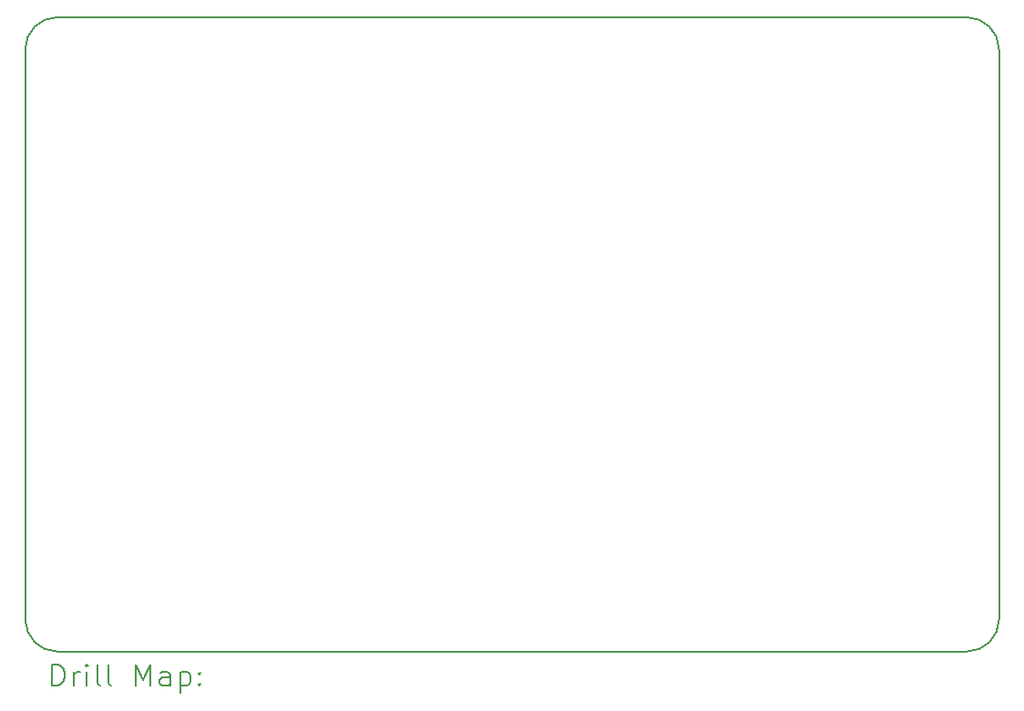
<source format=gbr>
%TF.GenerationSoftware,KiCad,Pcbnew,(6.0.7-1)-1*%
%TF.CreationDate,2022-08-16T19:56:18+02:00*%
%TF.ProjectId,wrist-support,77726973-742d-4737-9570-706f72742e6b,rev?*%
%TF.SameCoordinates,Original*%
%TF.FileFunction,Drillmap*%
%TF.FilePolarity,Positive*%
%FSLAX45Y45*%
G04 Gerber Fmt 4.5, Leading zero omitted, Abs format (unit mm)*
G04 Created by KiCad (PCBNEW (6.0.7-1)-1) date 2022-08-16 19:56:18*
%MOMM*%
%LPD*%
G01*
G04 APERTURE LIST*
%ADD10C,0.150000*%
%ADD11C,0.200000*%
G04 APERTURE END LIST*
D10*
X9050000Y-300000D02*
G75*
G03*
X8750000Y0I-300000J0D01*
G01*
X300000Y-5900000D02*
X8750000Y-5900000D01*
X8750000Y-5900000D02*
G75*
G03*
X9050000Y-5600000I0J300000D01*
G01*
X300000Y0D02*
G75*
G03*
X0Y-300000I0J-300000D01*
G01*
X0Y-300000D02*
X0Y-5600000D01*
X0Y-5600000D02*
G75*
G03*
X300000Y-5900000I300000J0D01*
G01*
X9050000Y-5600000D02*
X9050000Y-300000D01*
X300000Y0D02*
X8750000Y0D01*
D11*
X250119Y-6217976D02*
X250119Y-6017976D01*
X297738Y-6017976D01*
X326310Y-6027500D01*
X345357Y-6046548D01*
X354881Y-6065595D01*
X364405Y-6103690D01*
X364405Y-6132262D01*
X354881Y-6170357D01*
X345357Y-6189405D01*
X326310Y-6208452D01*
X297738Y-6217976D01*
X250119Y-6217976D01*
X450119Y-6217976D02*
X450119Y-6084643D01*
X450119Y-6122738D02*
X459643Y-6103690D01*
X469167Y-6094167D01*
X488214Y-6084643D01*
X507262Y-6084643D01*
X573929Y-6217976D02*
X573929Y-6084643D01*
X573929Y-6017976D02*
X564405Y-6027500D01*
X573929Y-6037024D01*
X583452Y-6027500D01*
X573929Y-6017976D01*
X573929Y-6037024D01*
X697738Y-6217976D02*
X678690Y-6208452D01*
X669167Y-6189405D01*
X669167Y-6017976D01*
X802500Y-6217976D02*
X783452Y-6208452D01*
X773928Y-6189405D01*
X773928Y-6017976D01*
X1031071Y-6217976D02*
X1031071Y-6017976D01*
X1097738Y-6160833D01*
X1164405Y-6017976D01*
X1164405Y-6217976D01*
X1345357Y-6217976D02*
X1345357Y-6113214D01*
X1335833Y-6094167D01*
X1316786Y-6084643D01*
X1278690Y-6084643D01*
X1259643Y-6094167D01*
X1345357Y-6208452D02*
X1326310Y-6217976D01*
X1278690Y-6217976D01*
X1259643Y-6208452D01*
X1250119Y-6189405D01*
X1250119Y-6170357D01*
X1259643Y-6151309D01*
X1278690Y-6141786D01*
X1326310Y-6141786D01*
X1345357Y-6132262D01*
X1440595Y-6084643D02*
X1440595Y-6284643D01*
X1440595Y-6094167D02*
X1459643Y-6084643D01*
X1497738Y-6084643D01*
X1516786Y-6094167D01*
X1526309Y-6103690D01*
X1535833Y-6122738D01*
X1535833Y-6179881D01*
X1526309Y-6198928D01*
X1516786Y-6208452D01*
X1497738Y-6217976D01*
X1459643Y-6217976D01*
X1440595Y-6208452D01*
X1621548Y-6198928D02*
X1631071Y-6208452D01*
X1621548Y-6217976D01*
X1612024Y-6208452D01*
X1621548Y-6198928D01*
X1621548Y-6217976D01*
X1621548Y-6094167D02*
X1631071Y-6103690D01*
X1621548Y-6113214D01*
X1612024Y-6103690D01*
X1621548Y-6094167D01*
X1621548Y-6113214D01*
M02*

</source>
